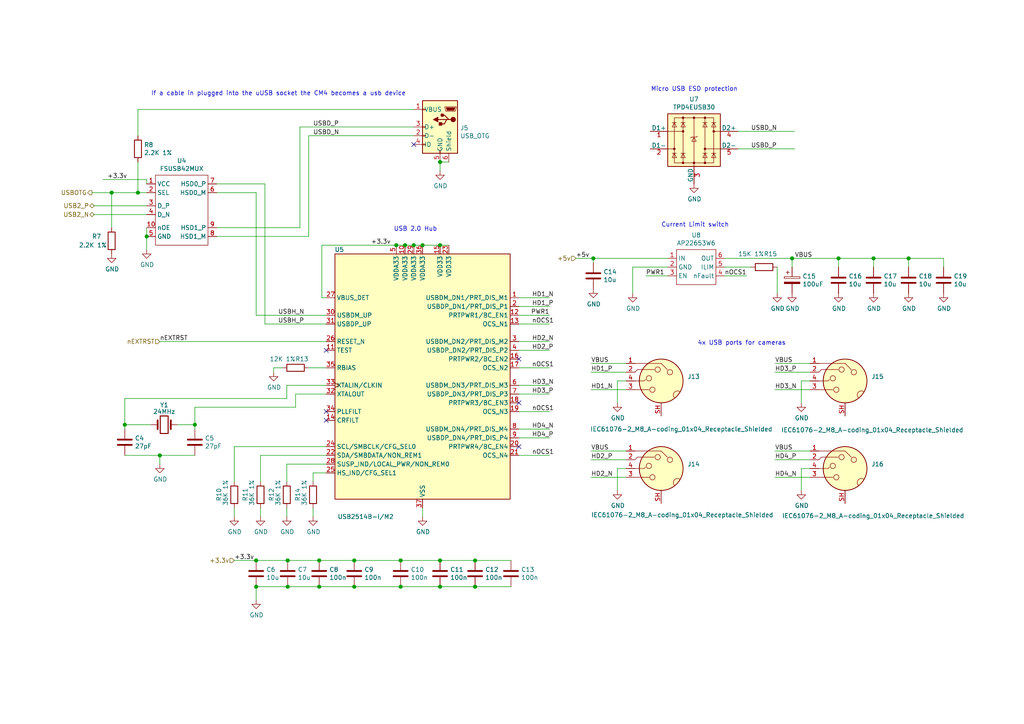
<source format=kicad_sch>
(kicad_sch (version 20231120) (generator "eeschema") (generator_version "8.0")
  (paper "A4")
  (lib_symbols
    (symbol "CM4IO:AP2553W6"
      (property "Reference" "U" (at 3.81 -6.35 0))
      (property "Value" "AP2553W6" (at -3.81 -6.35 0))
      (symbol "AP2553W6_0_0"
        (pin power_in line (at -8.89 2.54 0) (length 2.54) (name "IN") (number "1"))
        (pin power_out line (at -8.89 0 0) (length 2.54) (name "GND") (number "2"))
        (pin input line (at -8.89 -2.54 0) (length 2.54) (name "EN") (number "3"))
        (pin open_collector line (at 7.62 -2.54 180) (length 2.54) (name "nFault") (number "4"))
        (pin passive line (at 7.62 0 180) (length 2.54) (name "ILIM") (number "5"))
        (pin power_out line (at 7.62 2.54 180) (length 2.54) (name "OUT") (number "6"))
      )
      (symbol "AP2553W6_0_1"
        (rectangle (start -6.35 5.08) (end 5.08 -5.08))
      )
    )
    (symbol "CM4IO:FSUSB42MX"
      (property "Reference" "U" (at -7.62 20.32 0))
      (property "Value" "FSUSB42MX" (at -2.54 -2.54 0))
      (symbol "FSUSB42MX_0_0"
        (pin power_in line (at 8.89 16.51 180) (length 2.54) (name "VCC") (number "1"))
        (pin input line (at 8.89 3.81 180) (length 2.54) (name "nOE") (number "10"))
        (pin input line (at 8.89 13.97 180) (length 2.54) (name "SEL") (number "2"))
        (pin bidirectional line (at 8.89 10.16 180) (length 2.54) (name "D_P") (number "3"))
        (pin bidirectional line (at 8.89 7.62 180) (length 2.54) (name "D_N") (number "4"))
        (pin power_in line (at 8.89 1.27 180) (length 2.54) (name "GND") (number "5"))
        (pin bidirectional line (at -11.43 13.97 0) (length 2.54) (name "HSD0_M") (number "6"))
        (pin bidirectional line (at -11.43 16.51 0) (length 2.54) (name "HSD0_P") (number "7"))
        (pin bidirectional line (at -11.43 1.27 0) (length 2.54) (name "HSD1_M") (number "8"))
        (pin bidirectional line (at -11.43 3.81 0) (length 2.54) (name "HSD1_P") (number "9"))
      )
      (symbol "FSUSB42MX_0_1"
        (rectangle (start -8.89 19.05) (end 6.35 -1.27))
      )
    )
    (symbol "CM4IO:TPD4EUSB30" (pin_names (offset 0))
      (property "Reference" "U" (at -0.635 8.89 0))
      (property "Value" "TPD4EUSB30" (at 8.89 -10.16 0))
      (symbol "TPD4EUSB30_0_0"
        (rectangle (start -5.715 6.477) (end 5.715 -6.604))
        (polyline (pts (xy -3.175 -6.604) (xy -3.175 6.477)))
        (polyline (pts (xy 0 6.477) (xy 0 -6.604)))
        (polyline (pts (xy 3.175 6.477) (xy 3.175 -6.604)))
      )
      (symbol "TPD4EUSB30_0_1"
        (rectangle (start -7.62 7.62) (end 7.62 -7.62) (stroke (width 0.254)) (fill (type background)))
        (circle (center -5.715 -2.54) (radius 0.2794) (fill (type outline)))
        (circle (center -3.175 -6.604) (radius 0.2794) (fill (type outline)))
        (circle (center -3.175 2.54) (radius 0.2794) (fill (type outline)))
        (circle (center -3.175 6.477) (radius 0.2794) (fill (type outline)))
        (circle (center 0 -6.604) (radius 0.2794) (fill (type outline)))
        (polyline (pts (xy -7.747 2.54) (xy -3.175 2.54)))
        (polyline (pts (xy -7.62 -2.54) (xy -5.715 -2.54)))
        (polyline (pts (xy -5.08 -3.81) (xy -6.35 -3.81)))
        (polyline (pts (xy -5.08 5.08) (xy -6.35 5.08)))
        (polyline (pts (xy -2.54 -3.81) (xy -3.81 -3.81)))
        (polyline (pts (xy -2.54 5.08) (xy -3.81 5.08)))
        (polyline (pts (xy -0.635 0.889) (xy -1.016 0.635)))
        (polyline (pts (xy 0 -6.604) (xy 0 -7.62)))
        (polyline (pts (xy 0.635 0.889) (xy -0.635 0.889)))
        (polyline (pts (xy 0.635 0.889) (xy 1.016 1.143)))
        (polyline (pts (xy 3.81 -3.81) (xy 2.54 -3.81)))
        (polyline (pts (xy 3.81 5.08) (xy 2.54 5.08)))
        (polyline (pts (xy 6.35 -3.81) (xy 5.08 -3.81)))
        (polyline (pts (xy 6.35 5.08) (xy 5.08 5.08)))
        (polyline (pts (xy 7.62 -2.54) (xy 3.175 -2.54)))
        (polyline (pts (xy 7.62 2.54) (xy 5.715 2.54)))
        (polyline (pts (xy -5.08 -5.08) (xy -6.35 -5.08) (xy -5.715 -3.81) (xy -5.08 -5.08)))
        (polyline (pts (xy -5.08 3.81) (xy -6.35 3.81) (xy -5.715 5.08) (xy -5.08 3.81)))
        (polyline (pts (xy -2.54 -5.08) (xy -3.81 -5.08) (xy -3.175 -3.81) (xy -2.54 -5.08)))
        (polyline (pts (xy -2.54 3.81) (xy -3.81 3.81) (xy -3.175 5.08) (xy -2.54 3.81)))
        (polyline (pts (xy 0.635 -0.381) (xy -0.635 -0.381) (xy 0 0.889) (xy 0.635 -0.381)))
        (polyline (pts (xy 3.81 -5.08) (xy 2.54 -5.08) (xy 3.175 -3.81) (xy 3.81 -5.08)))
        (polyline (pts (xy 3.81 3.81) (xy 2.54 3.81) (xy 3.175 5.08) (xy 3.81 3.81)))
        (polyline (pts (xy 6.35 -5.08) (xy 5.08 -5.08) (xy 5.715 -3.81) (xy 6.35 -5.08)))
        (polyline (pts (xy 6.35 3.81) (xy 5.08 3.81) (xy 5.715 5.08) (xy 6.35 3.81)))
        (circle (center 0 6.477) (radius 0.2794) (fill (type outline)))
        (circle (center 3.175 -6.604) (radius 0.2794) (fill (type outline)))
        (circle (center 3.175 -2.54) (radius 0.2794) (fill (type outline)))
        (circle (center 3.175 6.477) (radius 0.2794) (fill (type outline)))
        (circle (center 5.715 2.54) (radius 0.2794) (fill (type outline)))
      )
      (symbol "TPD4EUSB30_1_1"
        (pin passive line (at -12.7 2.54 0) (length 5.08) (name "D1+") (number "1"))
        (pin passive line (at -12.7 2.54 0) (length 5.08) hide (name "~") (number "10"))
        (pin passive line (at -12.7 -2.54 0) (length 5.08) (name "D1-") (number "2"))
        (pin power_in line (at 0 -12.7 90) (length 5.08) (name "GND") (number "3"))
        (pin passive line (at 12.7 2.54 180) (length 5.08) (name "D2+") (number "4"))
        (pin passive line (at 12.7 -2.54 180) (length 5.08) (name "D2-") (number "5"))
        (pin passive line (at 12.7 -2.54 180) (length 5.08) hide (name "~") (number "6"))
        (pin passive line (at 12.7 2.54 180) (length 5.08) hide (name "~") (number "7"))
        (pin passive line (at 0 -12.7 90) (length 5.08) hide (name "GND") (number "8"))
        (pin passive line (at -12.7 -2.54 0) (length 5.08) hide (name "~") (number "9"))
      )
    )
    (symbol "Connector:IEC61076-2_M8_A-coding_01x04_Receptacle_Shielded"
      (property "Reference" "J" (at 0 7.62 0))
      (property "Value" "IEC61076-2_M8_A-coding_01x04_Receptacle_Shielded" (at 0 -7.874 0))
      (symbol "IEC61076-2_M8_A-coding_01x04_Receptacle_Shielded_0_1"
        (circle (center -3.556 0.762) (radius 0.762))
        (circle (center -2.54 -2.54) (radius 0.762))
        (circle (center -1.016 3.302) (radius 0.762))
        (polyline (pts (xy -7.62 -2.54) (xy -3.556 -2.54)))
        (polyline (pts (xy 0 5.08) (xy -7.62 5.08)))
        (polyline (pts (xy 0 5.08) (xy 1.778 3.302)))
        (polyline (pts (xy -7.62 0) (xy -4.953 0) (xy -4.572 0.381)))
        (polyline (pts (xy -2.032 3.302) (xy -6.858 3.302) (xy -7.62 2.54)))
        (circle (center 0 0) (radius 6.35) (stroke (width 0.254)) (fill (type background)))
        (circle (center 2.54 2.54) (radius 0.762))
        (arc (start 5.461 -3.175) (mid 3.8225 -3.3127) (end 3.937 -4.953))
      )
      (symbol "IEC61076-2_M8_A-coding_01x04_Receptacle_Shielded_1_1"
        (pin passive line (at -10.16 5.08 0) (length 2.54) (name "~") (number "1"))
        (pin passive line (at -10.16 2.54 0) (length 2.54) (name "~") (number "2"))
        (pin passive line (at -10.16 -2.54 0) (length 2.54) (name "~") (number "3"))
        (pin passive line (at -10.16 0 0) (length 2.54) (name "~") (number "4"))
        (pin passive line (at 0 -10.16 90) (length 3.81) (name "~") (number "SH"))
      )
    )
    (symbol "Connector:USB_OTG"
      (property "Reference" "J" (at -5.08 11.43 0))
      (property "Value" "USB_OTG" (at -5.08 8.89 0))
      (symbol "USB_OTG_0_1"
        (rectangle (start -5.08 -7.62) (end 5.08 7.62) (stroke (width 0.254)) (fill (type background)))
        (circle (center -3.81 2.159) (radius 0.635) (stroke (width 0.254)) (fill (type outline)))
        (circle (center -0.635 3.429) (radius 0.381) (stroke (width 0.254)) (fill (type outline)))
        (rectangle (start -0.127 -7.62) (end 0.127 -6.858))
        (polyline (pts (xy -1.905 2.159) (xy 0.635 2.159)) (stroke (width 0.254)))
        (polyline (pts (xy -3.175 2.159) (xy -2.54 2.159) (xy -1.27 3.429) (xy -0.635 3.429)) (stroke (width 0.254)))
        (polyline (pts (xy -2.54 2.159) (xy -1.905 2.159) (xy -1.27 0.889) (xy 0 0.889)) (stroke (width 0.254)))
        (polyline (pts (xy 0.635 2.794) (xy 0.635 1.524) (xy 1.905 2.159) (xy 0.635 2.794)) (stroke (width 0.254)) (fill (type outline)))
        (polyline (pts (xy -4.318 5.588) (xy -1.778 5.588) (xy -2.032 4.826) (xy -4.064 4.826) (xy -4.318 5.588)) (fill (type outline)))
        (polyline (pts (xy -4.699 5.842) (xy -4.699 5.588) (xy -4.445 4.826) (xy -4.445 4.572) (xy -1.651 4.572) (xy -1.651 4.826) (xy -1.397 5.588) (xy -1.397 5.842) (xy -4.699 5.842)))
        (rectangle (start 0.254 1.27) (end -0.508 0.508) (stroke (width 0.254)) (fill (type outline)))
        (rectangle (start 5.08 -5.207) (end 4.318 -4.953))
        (rectangle (start 5.08 -2.667) (end 4.318 -2.413))
        (rectangle (start 5.08 -0.127) (end 4.318 0.127))
        (rectangle (start 5.08 4.953) (end 4.318 5.207))
      )
      (symbol "USB_OTG_1_1"
        (pin power_in line (at 7.62 5.08 180) (length 2.54) (name "VBUS") (number "1"))
        (pin passive line (at 7.62 -2.54 180) (length 2.54) (name "D-") (number "2"))
        (pin passive line (at 7.62 0 180) (length 2.54) (name "D+") (number "3"))
        (pin passive line (at 7.62 -5.08 180) (length 2.54) (name "ID") (number "4"))
        (pin power_in line (at 0 -10.16 90) (length 2.54) (name "GND") (number "5"))
        (pin passive line (at -2.54 -10.16 90) (length 2.54) (name "Shield") (number "6"))
      )
    )
    (symbol "Device:C" (pin_numbers hide) (pin_names (offset 0.254))
      (property "Reference" "C" (at 0.635 2.54 0))
      (property "Value" "C" (at 0.635 -2.54 0))
      (symbol "C_0_1"
        (polyline (pts (xy -2.032 -0.762) (xy 2.032 -0.762)) (stroke (width 0.508)))
        (polyline (pts (xy -2.032 0.762) (xy 2.032 0.762)) (stroke (width 0.508)))
      )
      (symbol "C_1_1"
        (pin passive line (at 0 3.81 270) (length 2.794) (name "~") (number "1"))
        (pin passive line (at 0 -3.81 90) (length 2.794) (name "~") (number "2"))
      )
    )
    (symbol "Device:CP" (pin_numbers hide) (pin_names (offset 0.254))
      (property "Reference" "C" (at 0.635 2.54 0))
      (property "Value" "CP" (at 0.635 -2.54 0))
      (symbol "CP_0_1"
        (rectangle (start -2.286 0.508) (end 2.286 1.016))
        (polyline (pts (xy -1.778 2.286) (xy -0.762 2.286)))
        (polyline (pts (xy -1.27 2.794) (xy -1.27 1.778)))
        (rectangle (start 2.286 -0.508) (end -2.286 -1.016) (fill (type outline)))
      )
      (symbol "CP_1_1"
        (pin passive line (at 0 3.81 270) (length 2.794) (name "~") (number "1"))
        (pin passive line (at 0 -3.81 90) (length 2.794) (name "~") (number "2"))
      )
    )
    (symbol "Device:Crystal" (pin_numbers hide) (pin_names hide)
      (property "Reference" "Y" (at 0 3.81 0))
      (property "Value" "Crystal" (at 0 -3.81 0))
      (symbol "Crystal_0_1"
        (rectangle (start -1.143 2.54) (end 1.143 -2.54) (stroke (width 0.3048)))
        (polyline (pts (xy -2.54 0) (xy -1.905 0)))
        (polyline (pts (xy -1.905 -1.27) (xy -1.905 1.27)) (stroke (width 0.508)))
        (polyline (pts (xy 1.905 -1.27) (xy 1.905 1.27)) (stroke (width 0.508)))
        (polyline (pts (xy 2.54 0) (xy 1.905 0)))
      )
      (symbol "Crystal_1_1"
        (pin passive line (at -3.81 0 0) (length 1.27) (name "1") (number "1"))
        (pin passive line (at 3.81 0 180) (length 1.27) (name "2") (number "2"))
      )
    )
    (symbol "Device:R" (pin_numbers hide) (pin_names (offset 0))
      (property "Reference" "R" (at 2.032 0 90))
      (property "Value" "R" (at 0 0 90))
      (symbol "R_0_1"
        (rectangle (start -1.016 -2.54) (end 1.016 2.54) (stroke (width 0.254)))
      )
      (symbol "R_1_1"
        (pin passive line (at 0 3.81 270) (length 1.27) (name "~") (number "1"))
        (pin passive line (at 0 -3.81 90) (length 1.27) (name "~") (number "2"))
      )
    )
    (symbol "Interface_USB:USB2514B_Bi"
      (property "Reference" "U" (at -17.78 40.64 0))
      (property "Value" "USB2514B_Bi" (at -20.32 38.1 0))
      (symbol "USB2514B_Bi_0_1"
        (rectangle (start -25.4 35.56) (end 25.4 -35.56) (stroke (width 0.254)) (fill (type background)))
      )
      (symbol "USB2514B_Bi_1_1"
        (pin bidirectional line (at 27.94 22.86 180) (length 2.54) (name "USBDM_DN1/PRT_DIS_M1") (number "1"))
        (pin power_in line (at -5.08 38.1 270) (length 2.54) (name "VDDA33") (number "10"))
        (pin input line (at -27.94 7.62 0) (length 2.54) (name "TEST") (number "11"))
        (pin bidirectional line (at 27.94 17.78 180) (length 2.54) (name "PRTPWR1/BC_EN1") (number "12"))
        (pin input line (at 27.94 15.24 180) (length 2.54) (name "OCS_N1") (number "13"))
        (pin input line (at -27.94 -12.7 0) (length 2.54) (name "CRFILT") (number "14"))
        (pin power_in line (at 5.08 38.1 270) (length 2.54) (name "VDD33") (number "15"))
        (pin bidirectional line (at 27.94 5.08 180) (length 2.54) (name "PRTPWR2/BC_EN2") (number "16"))
        (pin input line (at 27.94 2.54 180) (length 2.54) (name "OCS_N2") (number "17"))
        (pin bidirectional line (at 27.94 -7.62 180) (length 2.54) (name "PRTPWR3/BC_EN3") (number "18"))
        (pin input line (at 27.94 -10.16 180) (length 2.54) (name "OCS_N3") (number "19"))
        (pin bidirectional line (at 27.94 20.32 180) (length 2.54) (name "USBDP_DN1/PRT_DIS_P1") (number "2"))
        (pin bidirectional line (at 27.94 -20.32 180) (length 2.54) (name "PRTPWR4/BC_EN4") (number "20"))
        (pin input line (at 27.94 -22.86 180) (length 2.54) (name "OCS_N4") (number "21"))
        (pin bidirectional line (at -27.94 -22.86 0) (length 2.54) (name "SDA/SMBDATA/NON_REM1") (number "22"))
        (pin power_in line (at 7.62 38.1 270) (length 2.54) (name "VDD33") (number "23"))
        (pin bidirectional line (at -27.94 -20.32 0) (length 2.54) (name "SCL/SMBCLK/CFG_SEL0") (number "24"))
        (pin bidirectional line (at -27.94 -27.94 0) (length 2.54) (name "HS_IND/CFG_SEL1") (number "25"))
        (pin input line (at -27.94 10.16 0) (length 2.54) (name "RESET_N") (number "26"))
        (pin input line (at -27.94 22.86 0) (length 2.54) (name "VBUS_DET") (number "27"))
        (pin bidirectional line (at -27.94 -25.4 0) (length 2.54) (name "SUSP_IND/LOCAL_PWR/NON_REM0") (number "28"))
        (pin power_in line (at -2.54 38.1 270) (length 2.54) (name "VDDA33") (number "29"))
        (pin bidirectional line (at 27.94 10.16 180) (length 2.54) (name "USBDM_DN2/PRT_DIS_M2") (number "3"))
        (pin bidirectional line (at -27.94 17.78 0) (length 2.54) (name "USBDM_UP") (number "30"))
        (pin bidirectional line (at -27.94 15.24 0) (length 2.54) (name "USBDP_UP") (number "31"))
        (pin output line (at -27.94 -5.08 0) (length 2.54) (name "XTALOUT") (number "32"))
        (pin input clock (at -27.94 -2.54 0) (length 2.54) (name "XTALIN/CLKIN") (number "33"))
        (pin input line (at -27.94 -10.16 0) (length 2.54) (name "PLLFILT") (number "34"))
        (pin input line (at -27.94 2.54 0) (length 2.54) (name "RBIAS") (number "35"))
        (pin power_in line (at 0 38.1 270) (length 2.54) (name "VDDA33") (number "36"))
        (pin power_in line (at 0 -38.1 90) (length 2.54) (name "VSS") (number "37"))
        (pin bidirectional line (at 27.94 7.62 180) (length 2.54) (name "USBDP_DN2/PRT_DIS_P2") (number "4"))
        (pin power_in line (at -7.62 38.1 270) (length 2.54) (name "VDDA33") (number "5"))
        (pin bidirectional line (at 27.94 -2.54 180) (length 2.54) (name "USBDM_DN3/PRT_DIS_M3") (number "6"))
        (pin bidirectional line (at 27.94 -5.08 180) (length 2.54) (name "USBDP_DN3/PRT_DIS_P3") (number "7"))
        (pin bidirectional line (at 27.94 -15.24 180) (length 2.54) (name "USBDM_DN4/PRT_DIS_M4") (number "8"))
        (pin bidirectional line (at 27.94 -17.78 180) (length 2.54) (name "USBDP_DN4/PRT_DIS_P4") (number "9"))
      )
    )
    (symbol "power:GND" (power) (pin_names (offset 0))
      (property "Value" "GND" (at 0 -3.81 0))
      (symbol "GND_0_1"
        (polyline (pts (xy 0 0) (xy 0 -1.27) (xy 1.27 -1.27) (xy 0 -2.54) (xy -1.27 -1.27) (xy 0 -1.27)))
      )
      (symbol "GND_1_1"
        (pin power_in line (at 0 0 270) (length 0) hide (name "GND") (number "1"))
      )
    )
  )
  (junction (at 42.545 68.58) (diameter 1.016))
  (junction (at 229.743 74.93) (diameter 1.016))
  (junction (at 243.205 74.93) (diameter 1.016))
  (junction (at 92.583 162.56) (diameter 1.016))
  (junction (at 263.525 74.93) (diameter 1.016))
  (junction (at 127.635 71.12) (diameter 1.016))
  (junction (at 116.205 162.56) (diameter 1.016))
  (junction (at 83.439 170.18) (diameter 1.016))
  (junction (at 36.195 123.19) (diameter 1.016))
  (junction (at 102.743 162.56) (diameter 1.016))
  (junction (at 102.743 170.18) (diameter 1.016))
  (junction (at 117.475 71.12) (diameter 1.016))
  (junction (at 127.635 170.18) (diameter 1.016))
  (junction (at 114.935 71.12) (diameter 1.016))
  (junction (at 46.355 132.08) (diameter 1.016))
  (junction (at 74.295 170.18) (diameter 1.016))
  (junction (at 32.385 55.88) (diameter 1.016))
  (junction (at 172.085 74.93) (diameter 1.016))
  (junction (at 83.439 162.56) (diameter 1.016))
  (junction (at 127.635 46.99) (diameter 1.016))
  (junction (at 120.015 71.12) (diameter 1.016))
  (junction (at 137.795 170.18) (diameter 1.016))
  (junction (at 122.555 71.12) (diameter 1.016))
  (junction (at 137.795 162.56) (diameter 1.016))
  (junction (at 253.365 74.93) (diameter 1.016))
  (junction (at 56.515 123.19) (diameter 1.016))
  (junction (at 74.295 162.56) (diameter 1.016))
  (junction (at 92.583 170.18) (diameter 1.016))
  (junction (at 116.205 170.18) (diameter 1.016))
  (junction (at 127.635 162.56) (diameter 1.016))
  (junction (at 40.005 55.88) (diameter 1.016))
  (no_connect (at 94.615 121.92))
  (no_connect (at 150.495 129.54))
  (no_connect (at 94.615 119.38))
  (no_connect (at 150.495 104.14))
  (no_connect (at 94.615 101.6))
  (no_connect (at 150.495 116.84))
  (no_connect (at 120.015 41.91))
  (wire (pts (xy 150.495 124.46) (xy 159.385 124.46)))
  (wire (pts (xy 150.495 132.08) (xy 159.385 132.08)))
  (wire (pts (xy 26.67 55.88) (xy 32.385 55.88)))
  (wire (pts (xy 273.685 77.47) (xy 273.685 74.93)))
  (wire (pts (xy 75.565 139.7) (xy 75.565 132.08)))
  (wire (pts (xy 36.195 115.57) (xy 36.195 123.19)))
  (wire (pts (xy 83.185 134.62) (xy 94.615 134.62)))
  (wire (pts (xy 29.845 52.07) (xy 42.545 52.07)))
  (wire (pts (xy 116.205 162.56) (xy 127.635 162.56)))
  (wire (pts (xy 150.495 127) (xy 159.385 127)))
  (wire (pts (xy 74.295 55.88) (xy 74.295 91.44)))
  (wire (pts (xy 172.085 74.93) (xy 193.675 74.93)))
  (wire (pts (xy 229.743 74.93) (xy 243.205 74.93)))
  (wire (pts (xy 94.615 91.44) (xy 74.295 91.44)))
  (wire (pts (xy 76.835 53.34) (xy 76.835 93.98)))
  (wire (pts (xy 94.615 114.3) (xy 85.725 114.3)))
  (wire (pts (xy 179.07 110.49) (xy 179.07 116.84)))
  (wire (pts (xy 127.635 71.12) (xy 130.175 71.12)))
  (wire (pts (xy 150.495 106.68) (xy 159.385 106.68)))
  (wire (pts (xy 171.45 113.03) (xy 181.61 113.03)))
  (wire (pts (xy 74.295 170.18) (xy 83.439 170.18)))
  (wire (pts (xy 62.865 66.04) (xy 86.995 66.04)))
  (wire (pts (xy 102.743 162.56) (xy 116.205 162.56)))
  (wire (pts (xy 181.61 135.89) (xy 179.07 135.89)))
  (wire (pts (xy 90.805 137.16) (xy 94.615 137.16)))
  (wire (pts (xy 81.915 106.68) (xy 79.375 106.68)))
  (wire (pts (xy 224.79 133.35) (xy 234.95 133.35)))
  (wire (pts (xy 42.545 53.34) (xy 42.545 52.07)))
  (wire (pts (xy 94.615 86.36) (xy 93.345 86.36)))
  (wire (pts (xy 171.45 133.35) (xy 181.61 133.35)))
  (wire (pts (xy 83.439 170.18) (xy 92.583 170.18)))
  (wire (pts (xy 224.79 105.41) (xy 234.95 105.41)))
  (wire (pts (xy 86.995 36.83) (xy 120.015 36.83)))
  (wire (pts (xy 75.565 132.08) (xy 94.615 132.08)))
  (wire (pts (xy 46.355 132.08) (xy 56.515 132.08)))
  (wire (pts (xy 150.495 88.9) (xy 159.385 88.9)))
  (wire (pts (xy 234.95 110.49) (xy 232.41 110.49)))
  (wire (pts (xy 224.79 113.03) (xy 234.95 113.03)))
  (wire (pts (xy 210.185 80.01) (xy 216.535 80.01)))
  (wire (pts (xy 183.515 77.47) (xy 183.515 85.09)))
  (wire (pts (xy 243.205 74.93) (xy 253.365 74.93)))
  (wire (pts (xy 122.555 147.32) (xy 122.555 149.86)))
  (wire (pts (xy 67.945 139.7) (xy 67.945 129.54)))
  (wire (pts (xy 224.79 138.43) (xy 234.95 138.43)))
  (wire (pts (xy 120.015 71.12) (xy 122.555 71.12)))
  (wire (pts (xy 224.79 107.95) (xy 234.95 107.95)))
  (wire (pts (xy 122.555 71.12) (xy 127.635 71.12)))
  (wire (pts (xy 150.495 119.38) (xy 159.385 119.38)))
  (wire (pts (xy 232.41 110.49) (xy 232.41 116.84)))
  (wire (pts (xy 232.41 135.89) (xy 232.41 142.24)))
  (wire (pts (xy 42.545 68.58) (xy 42.545 72.39)))
  (wire (pts (xy 117.475 71.12) (xy 120.015 71.12)))
  (wire (pts (xy 62.865 53.34) (xy 76.835 53.34)))
  (wire (pts (xy 74.295 162.56) (xy 83.439 162.56)))
  (wire (pts (xy 36.195 124.46) (xy 36.195 123.19)))
  (wire (pts (xy 42.545 66.04) (xy 42.545 68.58)))
  (wire (pts (xy 114.935 71.12) (xy 117.475 71.12)))
  (wire (pts (xy 213.995 38.1) (xy 230.505 38.1)))
  (wire (pts (xy 74.295 173.99) (xy 74.295 170.18)))
  (wire (pts (xy 83.185 147.32) (xy 83.185 149.86)))
  (wire (pts (xy 83.185 111.76) (xy 94.615 111.76)))
  (wire (pts (xy 32.385 55.88) (xy 32.385 66.04)))
  (wire (pts (xy 56.515 118.11) (xy 56.515 123.19)))
  (wire (pts (xy 171.45 130.81) (xy 181.61 130.81)))
  (wire (pts (xy 171.45 105.41) (xy 181.61 105.41)))
  (wire (pts (xy 213.995 43.18) (xy 230.505 43.18)))
  (wire (pts (xy 27.305 62.23) (xy 42.545 62.23)))
  (wire (pts (xy 51.435 123.19) (xy 56.515 123.19)))
  (wire (pts (xy 86.995 66.04) (xy 86.995 36.83)))
  (wire (pts (xy 92.583 162.56) (xy 102.743 162.56)))
  (wire (pts (xy 76.835 93.98) (xy 94.615 93.98)))
  (wire (pts (xy 102.743 170.18) (xy 116.205 170.18)))
  (wire (pts (xy 150.495 101.6) (xy 159.385 101.6)))
  (wire (pts (xy 90.805 139.7) (xy 90.805 137.16)))
  (wire (pts (xy 193.675 77.47) (xy 183.515 77.47)))
  (wire (pts (xy 75.565 147.32) (xy 75.565 149.86)))
  (wire (pts (xy 253.365 74.93) (xy 253.365 77.47)))
  (wire (pts (xy 243.205 77.47) (xy 243.205 74.93)))
  (wire (pts (xy 263.525 74.93) (xy 273.685 74.93)))
  (wire (pts (xy 79.375 106.68) (xy 79.375 107.95)))
  (wire (pts (xy 210.185 74.93) (xy 229.743 74.93)))
  (wire (pts (xy 172.085 76.2) (xy 172.085 74.93)))
  (wire (pts (xy 127.635 49.53) (xy 127.635 46.99)))
  (wire (pts (xy 150.495 111.76) (xy 159.385 111.76)))
  (wire (pts (xy 253.365 74.93) (xy 263.525 74.93)))
  (wire (pts (xy 127.635 46.99) (xy 130.175 46.99)))
  (wire (pts (xy 171.45 107.95) (xy 181.61 107.95)))
  (wire (pts (xy 67.945 147.32) (xy 67.945 149.86)))
  (wire (pts (xy 229.743 74.93) (xy 229.743 77.47)))
  (wire (pts (xy 83.185 139.7) (xy 83.185 134.62)))
  (wire (pts (xy 210.185 77.47) (xy 217.805 77.47)))
  (wire (pts (xy 46.355 132.08) (xy 46.355 134.62)))
  (wire (pts (xy 89.535 106.68) (xy 94.615 106.68)))
  (wire (pts (xy 85.725 114.3) (xy 85.725 118.11)))
  (wire (pts (xy 83.439 162.56) (xy 92.583 162.56)))
  (wire (pts (xy 150.495 91.44) (xy 159.385 91.44)))
  (wire (pts (xy 46.355 99.06) (xy 94.615 99.06)))
  (wire (pts (xy 181.61 110.49) (xy 179.07 110.49)))
  (wire (pts (xy 93.345 71.12) (xy 114.935 71.12)))
  (wire (pts (xy 150.495 93.98) (xy 159.385 93.98)))
  (wire (pts (xy 67.945 129.54) (xy 94.615 129.54)))
  (wire (pts (xy 127.635 162.56) (xy 137.795 162.56)))
  (wire (pts (xy 40.005 46.99) (xy 40.005 55.88)))
  (wire (pts (xy 92.583 170.18) (xy 102.743 170.18)))
  (wire (pts (xy 225.425 77.47) (xy 225.425 85.09)))
  (wire (pts (xy 40.005 55.88) (xy 32.385 55.88)))
  (wire (pts (xy 171.45 138.43) (xy 181.61 138.43)))
  (wire (pts (xy 40.005 39.37) (xy 40.005 31.75)))
  (wire (pts (xy 83.185 111.76) (xy 83.185 115.57)))
  (wire (pts (xy 42.545 55.88) (xy 40.005 55.88)))
  (wire (pts (xy 36.195 123.19) (xy 43.815 123.19)))
  (wire (pts (xy 187.325 80.01) (xy 193.675 80.01)))
  (wire (pts (xy 263.525 74.93) (xy 263.525 77.47)))
  (wire (pts (xy 90.805 147.32) (xy 90.805 149.86)))
  (wire (pts (xy 27.305 59.69) (xy 42.545 59.69)))
  (wire (pts (xy 40.005 31.75) (xy 120.015 31.75)))
  (wire (pts (xy 150.495 86.36) (xy 159.385 86.36)))
  (wire (pts (xy 167.005 74.93) (xy 172.085 74.93)))
  (wire (pts (xy 62.865 55.88) (xy 74.295 55.88)))
  (wire (pts (xy 89.535 68.58) (xy 89.535 39.37)))
  (wire (pts (xy 179.07 135.89) (xy 179.07 142.24)))
  (wire (pts (xy 116.205 170.18) (xy 127.635 170.18)))
  (wire (pts (xy 85.725 118.11) (xy 56.515 118.11)))
  (wire (pts (xy 234.95 135.89) (xy 232.41 135.89)))
  (wire (pts (xy 150.495 99.06) (xy 159.385 99.06)))
  (wire (pts (xy 150.495 114.3) (xy 159.385 114.3)))
  (wire (pts (xy 137.795 162.56) (xy 148.209 162.56)))
  (wire (pts (xy 127.635 170.18) (xy 137.795 170.18)))
  (wire (pts (xy 93.345 86.36) (xy 93.345 71.12)))
  (wire (pts (xy 56.515 123.19) (xy 56.515 124.46)))
  (wire (pts (xy 83.185 115.57) (xy 36.195 115.57)))
  (wire (pts (xy 62.865 68.58) (xy 89.535 68.58)))
  (wire (pts (xy 36.195 132.08) (xy 46.355 132.08)))
  (wire (pts (xy 137.795 170.18) (xy 148.209 170.18)))
  (wire (pts (xy 89.535 39.37) (xy 120.015 39.37)))
  (wire (pts (xy 224.79 130.81) (xy 234.95 130.81)))
  (wire (pts (xy 67.945 162.56) (xy 74.295 162.56)))
  (text "Micro USB ESD protection" (at 213.995 26.67 0) (effects (font (size 1.27 1.27)) (justify right bottom)))
  (text "If a cable in plugged into the uUSB socket the CM4 becomes a usb device" (at 43.815 27.94 0) (effects (font (size 1.27 1.27)) (justify left bottom)))
  (text "USB 2.0 Hub" (at 126.7968 67.2592 0) (effects (font (size 1.27 1.27)) (justify right bottom)))
  (text "4x USB ports for cameras" (at 215.138 99.568 0) (effects (font (size 1.27 1.27))))
  (text "Current Limit switch" (at 211.455 66.04 0) (effects (font (size 1.27 1.27)) (justify right bottom)))
  (label "HD4_P" (at 224.79 133.35 0))
  (label "USBH_P" (at 80.645 93.98 0))
  (label "HD2_N" (at 171.45 138.43 0))
  (label "+3.3v" (at 107.569 71.12 0))
  (label "+3.3v" (at 67.945 162.56 0))
  (label "HD1_N" (at 154.305 86.36 0))
  (label "+3.3v" (at 31.115 52.07 0))
  (label "HD4_N" (at 224.79 138.43 0))
  (label "HD2_N" (at 154.305 99.06 0))
  (label "VBUS" (at 224.79 105.41 0))
  (label "HD3_N" (at 224.79 113.03 0))
  (label "HD4_P" (at 154.305 127 0))
  (label "nOCS1" (at 154.305 93.98 0))
  (label "PWR1" (at 187.325 80.01 0))
  (label "nEXTRST" (at 46.355 99.06 0))
  (label "VBUS" (at 171.45 105.41 0))
  (label "USBD_N" (at 90.805 39.37 0))
  (label "nOCS1" (at 154.305 106.68 0))
  (label "USBD_P" (at 90.805 36.83 0))
  (label "USBD_P" (at 217.805 43.18 0))
  (label "nOCS1" (at 154.305 119.38 0))
  (label "nOCS1" (at 154.305 132.08 0))
  (label "HD3_P" (at 224.79 107.95 0))
  (label "HD3_N" (at 154.305 111.76 0))
  (label "VBUS" (at 230.505 74.93 0))
  (label "USBH_N" (at 80.645 91.44 0))
  (label "USBD_N" (at 217.805 38.1 0))
  (label "VBUS" (at 171.45 130.81 0))
  (label "HD1_N" (at 171.45 113.03 0))
  (label "+5v" (at 167.005 74.93 0))
  (label "HD1_P" (at 171.45 107.95 0))
  (label "VBUS" (at 224.79 130.81 0))
  (label "nOCS1" (at 210.185 80.01 0))
  (label "HD2_P" (at 171.45 133.35 0))
  (label "HD1_P" (at 154.305 88.9 0))
  (label "HD2_P" (at 154.305 101.6 0))
  (label "HD3_P" (at 154.305 114.3 0))
  (label "HD4_N" (at 154.305 124.46 0))
  (label "PWR1" (at 159.385 91.44 180))
  (hierarchical_label "USB2_N" (shape bidirectional) (at 27.305 62.23 180))
  (hierarchical_label "+3.3v" (shape input) (at 67.945 162.56 180))
  (hierarchical_label "+5v" (shape input) (at 167.005 74.93 180))
  (hierarchical_label "USBOTG" (shape output) (at 26.67 55.88 180))
  (hierarchical_label "USB2_P" (shape bidirectional) (at 27.305 59.69 180))
  (hierarchical_label "nEXTRST" (shape input) (at 46.355 99.06 180))
  (symbol (lib_id "power:GND") (at 67.945 149.86 0) (unit 1)
    (property "Reference" "#PWR020" (effects (hide yes)))
    (property "Value" "GND" (at 68.072 154.2542 0))
  )
  (symbol (lib_id "Device:C") (at 102.743 166.37 0) (unit 1)
    (property "Reference" "C9" (at 105.664 165.2016 0) (effects (justify left)))
    (property "Value" "100n" (at 105.664 167.513 0) (effects (justify left)))
    (property "Footprint" "Capacitor_SMD:C_0402_1005Metric" (effects (hide yes)))
    (property "Datasheet" "https://search.murata.co.jp/Ceramy/image/img/A01X/G101/ENG/GRM155R71C104KA88-01.pdf" (effects (hide yes)))
    (property "Field4" "Farnell" (effects (hide yes)))
    (property "Field5" "2611911" (effects (hide yes)))
    (property "Field6" "RM EMK105 B7104KV-F" (effects (hide yes)))
    (property "Field7" "TAIYO YUDEN EUROPE GMBH" (effects (hide yes)))
    (property "Part Description" "	0.1uF 10% 16V Ceramic Capacitor X7R 0402 (1005 Metric)" (effects (hide yes)))
    (property "Field8" "110091611" (effects (hide yes)))
  )
  (symbol (lib_id "power:GND") (at 232.41 142.24 0) (unit 1)
    (property "Reference" "#PWR065" (effects (hide yes)))
    (property "Value" "GND" (at 232.537 146.6342 0))
  )
  (symbol (lib_id "Device:C") (at 243.205 81.28 0) (unit 1)
    (property "Reference" "C16" (at 246.126 80.1116 0) (effects (justify left)))
    (property "Value" "10u" (at 246.126 82.423 0) (effects (justify left)))
    (property "Footprint" "Capacitor_SMD:C_0805_2012Metric" (effects (hide yes)))
    (property "Datasheet" "https://search.murata.co.jp/Ceramy/image/img/A01X/G101/ENG/GRM21BR71A106KA73-01.pdf" (effects (hide yes)))
    (property "Field5" "490-14381-1-ND" (effects (hide yes)))
    (property "Field4" "Digikey" (effects (hide yes)))
    (property "Field6" "GRM21BR71A106KA73L" (effects (hide yes)))
    (property "Field7" "Murata" (effects (hide yes)))
    (property "Part Description" "	10uF 10% 10V Ceramic Capacitor X7R 0805 (2012 Metric)" (effects (hide yes)))
    (property "Field8" "111893011" (effects (hide yes)))
  )
  (symbol (lib_id "Connector:IEC61076-2_M8_A-coding_01x04_Receptacle_Shielded") (at 191.77 135.89 0) (unit 1)
    (property "Reference" "J14" (at 199.39 134.6199 0) (effects (justify left)))
    (property "Value" "IEC61076-2_M8_A-coding_01x04_Receptacle_Shielded" (at 171.45 149.352 0) (effects (justify left)))
    (property "Description" "IEC 61076-2 4 ways shielded M8 A-coding receptacle connector" (effects (hide yes)))
  )
  (symbol (lib_id "power:GND") (at 179.07 142.24 0) (unit 1)
    (property "Reference" "#PWR063" (effects (hide yes)))
    (property "Value" "GND" (at 179.197 146.6342 0))
  )
  (symbol (lib_id "power:GND") (at 263.525 85.09 0) (unit 1)
    (property "Reference" "#PWR041" (effects (hide yes)))
    (property "Value" "GND" (at 263.652 89.4842 0))
  )
  (symbol (lib_id "power:GND") (at 243.205 85.09 0) (unit 1)
    (property "Reference" "#PWR037" (effects (hide yes)))
    (property "Value" "GND" (at 243.332 89.4842 0))
  )
  (symbol (lib_id "Connector:IEC61076-2_M8_A-coding_01x04_Receptacle_Shielded") (at 191.77 110.49 0) (unit 1)
    (property "Reference" "J13" (at 199.39 109.2199 0) (effects (justify left)))
    (property "Value" "IEC61076-2_M8_A-coding_01x04_Receptacle_Shielded" (at 171.196 124.46 0) (effects (justify left)))
    (property "Description" "IEC 61076-2 4 ways shielded M8 A-coding receptacle connector" (effects (hide yes)))
  )
  (symbol (lib_id "CM4IO:FSUSB42MX") (at 51.435 69.85 0) (mirror y) (unit 1)
    (property "Reference" "U4" (at 52.705 46.609 0))
    (property "Value" "FSUSB42MUX" (at 52.705 48.9204 0))
    (property "Footprint" "Package_SO:MSOP-10_3x3mm_P0.5mm" (effects (hide yes)))
    (property "Datasheet" "https://www.onsemi.com/pub/Collateral/FSUSB42-D.PDF" (effects (hide yes)))
    (property "Field4" "Farnell" (effects (hide yes)))
    (property "Field5" "2564479" (effects (hide yes)))
    (property "Field6" "FSUSB42MUX" (effects (hide yes)))
    (property "Field7" "Onsemi" (effects (hide yes)))
    (property "Part Description" "USB Switch IC 1 Channel 10-MSOP" (effects (hide yes)))
  )
  (symbol (lib_id "power:GND") (at 32.385 73.66 0) (unit 1)
    (property "Reference" "#PWR015" (effects (hide yes)))
    (property "Value" "GND" (at 32.512 78.0542 0))
  )
  (symbol (lib_id "power:GND") (at 46.355 134.62 0) (unit 1)
    (property "Reference" "#PWR018" (effects (hide yes)))
    (property "Value" "GND" (at 46.482 139.0142 0))
  )
  (symbol (lib_id "power:GND") (at 42.545 72.39 0) (unit 1)
    (property "Reference" "#PWR016" (effects (hide yes)))
    (property "Value" "GND" (at 42.672 76.7842 0))
  )
  (symbol (lib_id "Connector:IEC61076-2_M8_A-coding_01x04_Receptacle_Shielded") (at 245.11 135.89 0) (unit 1)
    (property "Reference" "J16" (at 252.73 134.6199 0) (effects (justify left)))
    (property "Value" "IEC61076-2_M8_A-coding_01x04_Receptacle_Shielded" (at 226.822 149.606 0) (effects (justify left)))
    (property "Description" "IEC 61076-2 4 ways shielded M8 A-coding receptacle connector" (effects (hide yes)))
  )
  (symbol (lib_id "power:GND") (at 183.515 85.09 0) (unit 1)
    (property "Reference" "#PWR030" (effects (hide yes)))
    (property "Value" "GND" (at 183.642 89.4842 0))
  )
  (symbol (lib_id "Device:Crystal") (at 47.625 123.19 0) (unit 1)
    (property "Reference" "Y1" (at 47.625 117.475 0))
    (property "Value" "24MHz" (at 47.625 119.38 0))
    (property "Footprint" "Crystal:Crystal_SMD_HC49-SD" (effects (hide yes)))
    (property "Field4" "Farnell" (effects (hide yes)))
    (property "Field5" "2508493" (effects (hide yes)))
    (property "Field7" "AEL" (effects (hide yes)))
    (property "Field6" "X24M000000S128" (effects (hide yes)))
    (property "Part Description" "24MHz Crystal 18pf 30ppm 30ppm" (effects (hide yes)))
  )
  (symbol (lib_id "power:GND") (at 74.295 173.99 0) (unit 1)
    (property "Reference" "#PWR022" (effects (hide yes)))
    (property "Value" "GND" (at 74.422 178.3842 0))
  )
  (symbol (lib_id "Device:CP") (at 229.743 81.28 0) (unit 1)
    (property "Reference" "C15" (at 232.7402 80.137 0) (effects (justify left)))
    (property "Value" "100uF" (at 232.7402 82.423 0) (effects (justify left)))
    (property "Footprint" "Capacitor_Tantalum_SMD:CP_EIA-7343-31_Kemet-D" (effects (hide yes)))
    (property "Field4" "Mouser" (effects (hide yes)))
    (property "Field5" "667-EEF-CX0J101R" (effects (hide yes)))
    (property "Part Description" "Capacitor, SP-Cap, 100u, 6.3V, 15mR ESR" (effects (hide yes)))
  )
  (symbol (lib_id "Device:R") (at 40.005 43.18 0) (unit 1)
    (property "Reference" "R8" (at 41.783 42.0116 0) (effects (justify left)))
    (property "Value" "2.2K 1%" (at 41.783 44.323 0) (effects (justify left)))
    (property "Footprint" "Resistor_SMD:R_0402_1005Metric" (effects (hide yes)))
    (property "Datasheet" "https://fscdn.rohm.com/en/products/databook/datasheet/passive/resistor/chip_resistor/mcr-e.pdf" (effects (hide yes)))
    (property "Field4" "Farnell" (effects (hide yes)))
    (property "Field5" "9239278" (effects (hide yes)))
    (property "Field7" "KOA EUROPE GMBH" (effects (hide yes)))
    (property "Field6" "RK73G1ETQTP2201D         " (effects (hide yes)))
    (property "Part Description" "Resistor 2.2K M1005 1% 63mW" (effects (hide yes)))
    (property "Field8" "120889581" (effects (hide yes)))
  )
  (symbol (lib_id "Device:C") (at 137.795 166.37 0) (unit 1)
    (property "Reference" "C12" (at 140.716 165.2016 0) (effects (justify left)))
    (property "Value" "100n" (at 140.716 167.513 0) (effects (justify left)))
    (property "Footprint" "Capacitor_SMD:C_0402_1005Metric" (effects (hide yes)))
    (property "Datasheet" "https://search.murata.co.jp/Ceramy/image/img/A01X/G101/ENG/GRM155R71C104KA88-01.pdf" (effects (hide yes)))
    (property "Field4" "Farnell" (effects (hide yes)))
    (property "Field5" "2611911" (effects (hide yes)))
    (property "Field6" "RM EMK105 B7104KV-F" (effects (hide yes)))
    (property "Field7" "TAIYO YUDEN EUROPE GMBH" (effects (hide yes)))
    (property "Part Description" "	0.1uF 10% 16V Ceramic Capacitor X7R 0402 (1005 Metric)" (effects (hide yes)))
    (property "Field8" "110091611" (effects (hide yes)))
  )
  (symbol (lib_id "power:GND") (at 75.565 149.86 0) (unit 1)
    (property "Reference" "#PWR023" (effects (hide yes)))
    (property "Value" "GND" (at 75.692 154.2542 0))
  )
  (symbol (lib_id "Device:C") (at 83.439 166.37 0) (unit 1)
    (property "Reference" "C7" (at 86.36 165.2016 0) (effects (justify left)))
    (property "Value" "10u" (at 86.36 167.513 0) (effects (justify left)))
    (property "Footprint" "Capacitor_SMD:C_0805_2012Metric" (effects (hide yes)))
    (property "Datasheet" "https://search.murata.co.jp/Ceramy/image/img/A01X/G101/ENG/GRM21BR71A106KA73-01.pdf" (effects (hide yes)))
    (property "Field5" "490-14381-1-ND" (effects (hide yes)))
    (property "Field4" "Digikey" (effects (hide yes)))
    (property "Field6" "GRM21BR71A106KA73L" (effects (hide yes)))
    (property "Field7" "Murata" (effects (hide yes)))
    (property "Part Description" "	10uF 10% 10V Ceramic Capacitor X7R 0805 (2012 Metric)" (effects (hide yes)))
    (property "Field8" "111893011" (effects (hide yes)))
  )
  (symbol (lib_id "power:GND") (at 127.635 49.53 0) (unit 1)
    (property "Reference" "#PWR028" (effects (hide yes)))
    (property "Value" "GND" (at 127.762 53.9242 0))
  )
  (symbol (lib_id "power:GND") (at 229.743 85.09 0) (unit 1)
    (property "Reference" "#PWR036" (effects (hide yes)))
    (property "Value" "GND" (at 229.87 89.4842 0))
  )
  (symbol (lib_id "Device:C") (at 56.515 128.27 0) (unit 1)
    (property "Reference" "C5" (at 59.436 127.1016 0) (effects (justify left)))
    (property "Value" "27pF" (at 59.436 129.413 0) (effects (justify left)))
    (property "Footprint" "Capacitor_SMD:C_0402_1005Metric" (effects (hide yes)))
    (property "Datasheet" "https://search.murata.co.jp/Ceramy/image/img/A01X/G101/ENG/GJM1555C1H270JB01-01.pdf" (effects (hide yes)))
    (property "Field8" "UCAP00738 " (effects (hide yes)))
    (property "Field5" "490-17672-1-ND" (effects (hide yes)))
    (property "Field6" "GJM1555C1H270JB01D" (effects (hide yes)))
    (property "Field7" "Murata" (effects (hide yes)))
    (property "Part Description" "	27pF 5% 50V Ceramic Capacitor C0G, NP0 0402 (1005 Metric)" (effects (hide yes)))
    (property "Field4" "Digikey" (effects (hide yes)))
  )
  (symbol (lib_id "power:GND") (at 179.07 116.84 0) (unit 1)
    (property "Reference" "#PWR062" (effects (hide yes)))
    (property "Value" "GND" (at 179.197 121.2342 0))
  )
  (symbol (lib_id "CM4IO:AP2553W6") (at 202.565 77.47 0) (unit 1)
    (property "Reference" "U8" (at 201.93 68.199 0))
    (property "Value" "AP22653W6" (at 201.93 70.5104 0))
    (property "Footprint" "Package_TO_SOT_SMD:SOT-23-6" (effects (hide yes)))
    (property "Datasheet" "https://www.diodes.com/assets/Datasheets/AP255x.pdf" (effects (hide yes)))
    (property "Field4" "Digikey" (effects (hide yes)))
    (property "Field5" "	31-AP22653W6-7CT-ND" (effects (hide yes)))
    (property "Field6" "AP22653W6" (effects (hide yes)))
    (property "Field7" "Diodes" (effects (hide yes)))
    (property "Part Description" "	Power Switch/Driver 1:1 P-Channel 2.1A SOT-23-6" (effects (hide yes)))
  )
  (symbol (lib_id "Device:C") (at 253.365 81.28 0) (unit 1)
    (property "Reference" "C17" (at 256.286 80.1116 0) (effects (justify left)))
    (property "Value" "10u" (at 256.286 82.423 0) (effects (justify left)))
    (property "Footprint" "Capacitor_SMD:C_0805_2012Metric" (effects (hide yes)))
    (property "Datasheet" "https://search.murata.co.jp/Ceramy/image/img/A01X/G101/ENG/GRM21BR71A106KA73-01.pdf" (effects (hide yes)))
    (property "Field5" "490-14381-1-ND" (effects (hide yes)))
    (property "Field4" "Digikey" (effects (hide yes)))
    (property "Field6" "GRM21BR71A106KA73L" (effects (hide yes)))
    (property "Field7" "Murata" (effects (hide yes)))
    (property "Part Description" "	10uF 10% 10V Ceramic Capacitor X7R 0805 (2012 Metric)" (effects (hide yes)))
    (property "Field8" "111893011" (effects (hide yes)))
  )
  (symbol (lib_id "power:GND") (at 201.295 53.34 0) (unit 1)
    (property "Reference" "#PWR033" (effects (hide yes)))
    (property "Value" "GND" (at 201.422 57.7342 0))
  )
  (symbol (lib_id "Interface_USB:USB2514B_Bi") (at 122.555 109.22 0) (unit 1)
    (property "Reference" "U5" (at 98.425 72.39 0))
    (property "Value" "USB2514B-I/M2" (at 106.045 149.86 0))
    (property "Footprint" "Package_DFN_QFN:QFN-36-1EP_6x6mm_P0.5mm_EP3.7x3.7mm" (effects (hide yes)))
    (property "Datasheet" "http://ww1.microchip.com/downloads/en/DeviceDoc/00001692C.pdf" (effects (hide yes)))
    (property "Field4" "Farnell" (effects (hide yes)))
    (property "Field5" "2775060" (effects (hide yes)))
    (property "Field6" "USB2514B-I/M2" (effects (hide yes)))
    (property "Field7" "Microchip" (effects (hide yes)))
    (property "Part Description" "	USB Hub Controller USB Interface 36-SQFN (6x6)" (effects (hide yes)))
    (property "Field8" "UICC00931" (effects (hide yes)))
  )
  (symbol (lib_id "Connector:USB_OTG") (at 127.635 36.83 0) (mirror y) (unit 1)
    (property "Reference" "J5" (at 133.477 37.1094 0) (effects (justify right)))
    (property "Value" "USB_OTG" (at 133.477 39.4208 0) (effects (justify right)))
    (property "Footprint" "CM4IO:USB_Micro-B_EDAC_UCON00686" (effects (hide yes)))
    (property "Datasheet" "https://cdn.amphenol-icc.com/media/wysiwyg/files/documentation/datasheet/inputoutput/io_usb_micro.pd" (effects (hide yes)))
    (property "Field4" "Digikey" (effects (hide yes)))
    (property "Field5" "609-4050-2-ND" (effects (hide yes)))
    (property "Field6" "690-005-298-486" (effects (hide yes)))
    (property "Field7" "EDAC" (effects (hide yes)))
    (property "Part Description" "USB - micro B USB 2.0 Receptacle Connector 5 Position Surface Mount, Right Angle; Through Hole" (effects (hide yes)))
    (property "Field8" "UCON00686" (effects (hide yes)))
  )
  (symbol (lib_id "power:GND") (at 225.425 85.09 0) (unit 1)
    (property "Reference" "#PWR035" (effects (hide yes)))
    (property "Value" "GND" (at 225.552 89.4842 0))
  )
  (symbol (lib_id "Device:C") (at 74.295 166.37 0) (unit 1)
    (property "Reference" "C6" (at 77.216 165.2016 0) (effects (justify left)))
    (property "Value" "10u" (at 77.216 167.513 0) (effects (justify left)))
    (property "Footprint" "Capacitor_SMD:C_0805_2012Metric" (effects (hide yes)))
    (property "Datasheet" "https://search.murata.co.jp/Ceramy/image/img/A01X/G101/ENG/GRM21BR71A106KA73-01.pdf" (effects (hide yes)))
    (property "Field5" "490-14381-1-ND" (effects (hide yes)))
    (property "Field4" "Digikey" (effects (hide yes)))
    (property "Field6" "GRM21BR71A106KA73L" (effects (hide yes)))
    (property "Field7" "Murata" (effects (hide yes)))
    (property "Part Description" "	10uF 10% 10V Ceramic Capacitor X7R 0805 (2012 Metric)" (effects (hide yes)))
    (property "Field8" "111893011" (effects (hide yes)))
  )
  (symbol (lib_id "power:GND") (at 90.805 149.86 0) (unit 1)
    (property "Reference" "#PWR026" (effects (hide yes)))
    (property "Value" "GND" (at 90.932 154.2542 0))
  )
  (symbol (lib_id "power:GND") (at 273.685 85.09 0) (unit 1)
    (property "Reference" "#PWR042" (effects (hide yes)))
    (property "Value" "GND" (at 273.812 89.4842 0))
  )
  (symbol (lib_id "Device:C") (at 36.195 128.27 0) (unit 1)
    (property "Reference" "C4" (at 39.116 127.1016 0) (effects (justify left)))
    (property "Value" "27pF" (at 39.116 129.413 0) (effects (justify left)))
    (property "Footprint" "Capacitor_SMD:C_0402_1005Metric" (effects (hide yes)))
    (property "Datasheet" "https://search.murata.co.jp/Ceramy/image/img/A01X/G101/ENG/GJM1555C1H270JB01-01.pdf" (effects (hide yes)))
    (property "Field8" "UCAP00738 " (effects (hide yes)))
    (property "Field5" "490-17672-1-ND" (effects (hide yes)))
    (property "Field6" "GJM1555C1H270JB01D" (effects (hide yes)))
    (property "Field7" "Murata" (effects (hide yes)))
    (property "Part Description" "	27pF 5% 50V Ceramic Capacitor C0G, NP0 0402 (1005 Metric)" (effects (hide yes)))
    (property "Field4" "Digikey" (effects (hide yes)))
  )
  (symbol (lib_id "Device:C") (at 148.209 166.37 0) (unit 1)
    (property "Reference" "C13" (at 151.13 165.2016 0) (effects (justify left)))
    (property "Value" "100n" (at 151.13 167.513 0) (effects (justify left)))
    (property "Footprint" "Capacitor_SMD:C_0402_1005Metric" (effects (hide yes)))
    (property "Datasheet" "https://search.murata.co.jp/Ceramy/image/img/A01X/G101/ENG/GRM155R71C104KA88-01.pdf" (effects (hide yes)))
    (property "Field4" "Farnell" (effects (hide yes)))
    (property "Field5" "2611911" (effects (hide yes)))
    (property "Field6" "RM EMK105 B7104KV-F" (effects (hide yes)))
    (property "Field7" "TAIYO YUDEN EUROPE GMBH" (effects (hide yes)))
    (property "Part Description" "	0.1uF 10% 16V Ceramic Capacitor X7R 0402 (1005 Metric)" (effects (hide yes)))
    (property "Field8" "110091611" (effects (hide yes)))
  )
  (symbol (lib_id "Device:R") (at 83.185 143.51 0) (unit 1)
    (property "Reference" "R12" (at 78.74 145.415 90) (effects (justify left)))
    (property "Value" "36K 1%" (at 80.645 146.685 90) (effects (justify left)))
    (property "Footprint" "Resistor_SMD:R_0402_1005Metric" (effects (hide yes)))
    (property "Datasheet" "https://fscdn.rohm.com/en/products/databook/datasheet/passive/resistor/chip_resistor/mcr-e.pdf" (effects (hide yes)))
    (property "Field4" "Farnell" (effects (hide yes)))
    (property "Field5" "1458788" (effects (hide yes)))
    (property "Field7" "Rohm" (effects (hide yes)))
    (property "Field6" "MCR01MZPF3602" (effects (hide yes)))
    (property "Part Description" "Resistor 36K M1005 1% 63mW" (effects (hide yes)))
  )
  (symbol (lib_id "Device:C") (at 263.525 81.28 0) (unit 1)
    (property "Reference" "C18" (at 266.446 80.1116 0) (effects (justify left)))
    (property "Value" "10u" (at 266.446 82.423 0) (effects (justify left)))
    (property "Footprint" "Capacitor_SMD:C_0805_2012Metric" (effects (hide yes)))
    (property "Datasheet" "https://search.murata.co.jp/Ceramy/image/img/A01X/G101/ENG/GRM21BR71A106KA73-01.pdf" (effects (hide yes)))
    (property "Field5" "490-14381-1-ND" (effects (hide yes)))
    (property "Field4" "Digikey" (effects (hide yes)))
    (property "Field6" "GRM21BR71A106KA73L" (effects (hide yes)))
    (property "Field7" "Murata" (effects (hide yes)))
    (property "Part Description" "	10uF 10% 10V Ceramic Capacitor X7R 0805 (2012 Metric)" (effects (hide yes)))
    (property "Field8" "111893011" (effects (hide yes)))
  )
  (symbol (lib_id "Device:C") (at 172.085 80.01 0) (unit 1)
    (property "Reference" "C14" (at 175.006 78.8416 0) (effects (justify left)))
    (property "Value" "10u" (at 175.006 81.153 0) (effects (justify left)))
    (property "Footprint" "Capacitor_SMD:C_0805_2012Metric" (effects (hide yes)))
    (property "Datasheet" "https://search.murata.co.jp/Ceramy/image/img/A01X/G101/ENG/GRM21BR71A106KA73-01.pdf" (effects (hide yes)))
    (property "Field5" "490-14381-1-ND" (effects (hide yes)))
    (property "Field4" "Digikey" (effects (hide yes)))
    (property "Field6" "GRM21BR71A106KA73L" (effects (hide yes)))
    (property "Field7" "Murata" (effects (hide yes)))
    (property "Part Description" "	10uF 10% 10V Ceramic Capacitor X7R 0805 (2012 Metric)" (effects (hide yes)))
    (property "Field8" "111893011" (effects (hide yes)))
  )
  (symbol (lib_id "Device:C") (at 127.635 166.37 0) (unit 1)
    (property "Reference" "C11" (at 130.556 165.2016 0) (effects (justify left)))
    (property "Value" "100n" (at 130.556 167.513 0) (effects (justify left)))
    (property "Footprint" "Capacitor_SMD:C_0402_1005Metric" (effects (hide yes)))
    (property "Datasheet" "https://search.murata.co.jp/Ceramy/image/img/A01X/G101/ENG/GRM155R71C104KA88-01.pdf" (effects (hide yes)))
    (property "Field4" "Farnell" (effects (hide yes)))
    (property "Field5" "2611911" (effects (hide yes)))
    (property "Field6" "RM EMK105 B7104KV-F" (effects (hide yes)))
    (property "Field7" "TAIYO YUDEN EUROPE GMBH" (effects (hide yes)))
    (property "Part Description" "	0.1uF 10% 16V Ceramic Capacitor X7R 0402 (1005 Metric)" (effects (hide yes)))
    (property "Field8" "110091611" (effects (hide yes)))
  )
  (symbol (lib_id "Device:R") (at 32.385 69.85 0) (unit 1)
    (property "Reference" "R7" (at 26.67 68.58 0) (effects (justify left)))
    (property "Value" "2.2K 1%" (at 22.86 71.12 0) (effects (justify left)))
    (property "Footprint" "Resistor_SMD:R_0402_1005Metric" (effects (hide yes)))
    (property "Datasheet" "https://fscdn.rohm.com/en/products/databook/datasheet/passive/resistor/chip_resistor/mcr-e.pdf" (effects (hide yes)))
    (property "Field4" "Farnell" (effects (hide yes)))
    (property "Field5" "9239278" (effects (hide yes)))
    (property "Field7" "KOA EUROPE GMBH" (effects (hide yes)))
    (property "Field6" "RK73G1ETQTP2201D         " (effects (hide yes)))
    (property "Part Description" "Resistor 2.2K M1005 1% 63mW" (effects (hide yes)))
    (property "Field8" "120889581" (effects (hide yes)))
  )
  (symbol (lib_id "Device:R") (at 75.565 143.51 0) (unit 1)
    (property "Reference" "R11" (at 71.12 145.415 90) (effects (justify left)))
    (property "Value" "36K 1%" (at 73.025 146.685 90) (effects (justify left)))
    (property "Footprint" "Resistor_SMD:R_0402_1005Metric" (effects (hide yes)))
    (property "Datasheet" "https://fscdn.rohm.com/en/products/databook/datasheet/passive/resistor/chip_resistor/mcr-e.pdf" (effects (hide yes)))
    (property "Field4" "Farnell" (effects (hide yes)))
    (property "Field5" "1458788" (effects (hide yes)))
    (property "Field7" "Rohm" (effects (hide yes)))
    (property "Field6" "MCR01MZPF3602" (effects (hide yes)))
    (property "Part Description" "Resistor 36K M1005 1% 63mW" (effects (hide yes)))
  )
  (symbol (lib_id "Device:C") (at 92.583 166.37 0) (unit 1)
    (property "Reference" "C8" (at 95.504 165.2016 0) (effects (justify left)))
    (property "Value" "100n" (at 95.504 167.513 0) (effects (justify left)))
    (property "Footprint" "Capacitor_SMD:C_0402_1005Metric" (effects (hide yes)))
    (property "Datasheet" "https://search.murata.co.jp/Ceramy/image/img/A01X/G101/ENG/GRM155R71C104KA88-01.pdf" (effects (hide yes)))
    (property "Field4" "Farnell" (effects (hide yes)))
    (property "Field5" "2611911" (effects (hide yes)))
    (property "Field6" "RM EMK105 B7104KV-F" (effects (hide yes)))
    (property "Field7" "TAIYO YUDEN EUROPE GMBH" (effects (hide yes)))
    (property "Part Description" "	0.1uF 10% 16V Ceramic Capacitor X7R 0402 (1005 Metric)" (effects (hide yes)))
    (property "Field8" "110091611" (effects (hide yes)))
  )
  (symbol (lib_id "Device:R") (at 221.615 77.47 90) (unit 1)
    (property "Reference" "R15" (at 225.425 73.66 90) (effects (justify left)))
    (property "Value" "15K 1%" (at 221.615 73.66 90) (effects (justify left)))
    (property "Footprint" "Resistor_SMD:R_0402_1005Metric" (effects (hide yes)))
    (property "Datasheet" "https://fscdn.rohm.com/en/products/databook/datasheet/passive/resistor/chip_resistor/mcr-e.pdf" (effects (hide yes)))
    (property "Field4" "Farnell" (effects (hide yes)))
    (property "Field5" "9239375" (effects (hide yes)))
    (property "Field6" "MCR01MZPF1502" (effects (hide yes)))
    (property "Field7" "Rohm" (effects (hide yes)))
    (property "Part Description" "Resistor 15K M1005 1% 63mW" (effects (hide yes)))
    (property "Field8" "120891581" (effects (hide yes)))
  )
  (symbol (lib_id "Device:R") (at 90.805 143.51 0) (unit 1)
    (property "Reference" "R14" (at 86.36 145.415 90) (effects (justify left)))
    (property "Value" "36K 1%" (at 88.265 146.685 90) (effects (justify left)))
    (property "Footprint" "Resistor_SMD:R_0402_1005Metric" (effects (hide yes)))
    (property "Datasheet" "https://fscdn.rohm.com/en/products/databook/datasheet/passive/resistor/chip_resistor/mcr-e.pdf" (effects (hide yes)))
    (property "Field4" "Farnell" (effects (hide yes)))
    (property "Field5" "1458788" (effects (hide yes)))
    (property "Field7" "Rohm" (effects (hide yes)))
    (property "Field6" "MCR01MZPF3602" (effects (hide yes)))
    (property "Part Description" "Resistor 36K M1005 1% 63mW" (effects (hide yes)))
  )
  (symbol (lib_id "power:GND") (at 83.185 149.86 0) (unit 1)
    (property "Reference" "#PWR025" (effects (hide yes)))
    (property "Value" "GND" (at 83.312 154.2542 0))
  )
  (symbol (lib_id "Device:R") (at 67.945 143.51 0) (unit 1)
    (property "Reference" "R10" (at 63.5 145.415 90) (effects (justify left)))
    (property "Value" "36K 1%" (at 65.405 146.685 90) (effects (justify left)))
    (property "Footprint" "Resistor_SMD:R_0402_1005Metric" (effects (hide yes)))
    (property "Datasheet" "https://fscdn.rohm.com/en/products/databook/datasheet/passive/resistor/chip_resistor/mcr-e.pdf" (effects (hide yes)))
    (property "Field4" "Farnell" (effects (hide yes)))
    (property "Field5" "1458788" (effects (hide yes)))
    (property "Field7" "Rohm" (effects (hide yes)))
    (property "Field6" "MCR01MZPF3602" (effects (hide yes)))
    (property "Part Description" "Resistor 36K M1005 1% 63mW" (effects (hide yes)))
  )
  (symbol (lib_id "power:GND") (at 122.555 149.86 0) (unit 1)
    (property "Reference" "#PWR027" (effects (hide yes)))
    (property "Value" "GND" (at 122.682 154.2542 0))
  )
  (symbol (lib_id "Device:R") (at 85.725 106.68 90) (unit 1)
    (property "Reference" "R13" (at 89.535 104.14 90) (effects (justify left)))
    (property "Value" "12K 1%" (at 85.725 104.14 90) (effects (justify left)))
    (property "Footprint" "Resistor_SMD:R_0402_1005Metric" (effects (hide yes)))
    (property "Datasheet" "https://fscdn.rohm.com/en/products/databook/datasheet/passive/resistor/chip_resistor/mcr-e.pdf" (effects (hide yes)))
    (property "Field4" "Farnell" (effects (hide yes)))
    (property "Field5" "9239367" (effects (hide yes)))
    (property "Field7" "Rohm" (effects (hide yes)))
    (property "Field6" "MCR01MZPF1202" (effects (hide yes)))
    (property "Part Description" "Resistor 12K M1005 1% 63mW" (effects (hide yes)))
  )
  (symbol (lib_id "Connector:IEC61076-2_M8_A-coding_01x04_Receptacle_Shielded") (at 245.11 110.49 0) (unit 1)
    (property "Reference" "J15" (at 252.73 109.2199 0) (effects (justify left)))
    (property "Value" "IEC61076-2_M8_A-coding_01x04_Receptacle_Shielded" (at 226.568 124.714 0) (effects (justify left)))
    (property "Description" "IEC 61076-2 4 ways shielded M8 A-coding receptacle connector" (effects (hide yes)))
  )
  (symbol (lib_id "CM4IO:TPD4EUSB30") (at 201.295 40.64 0) (unit 1)
    (property "Reference" "U7" (at 201.295 28.7782 0))
    (property "Value" "TPD4EUSB30" (at 201.295 31.0896 0))
    (property "Footprint" "Package_SON:USON-10_2.5x1.0mm_P0.5mm" (effects (hide yes)))
    (property "Datasheet" "http://www.ti.com/lit/ds/symlink/tpd2eusb30a.pdf" (effects (hide yes)))
    (property "Field4" "Farnell" (effects (hide yes)))
    (property "Field5" "2335455" (effects (hide yes)))
    (property "Field6" "CDDFN10-3324P-13" (effects (hide yes)))
    (property "Field7" "Bourns" (effects (hide yes)))
    (property "Field8" "UDIO00346" (effects (hide yes)))
    (property "Part Description" "Quad TVS diode for high speed signals (USB3, GigE etc.)" (effects (hide yes)))
  )
  (symbol (lib_id "power:GND") (at 232.41 116.84 0) (unit 1)
    (property "Reference" "#PWR064" (effects (hide yes)))
    (property "Value" "GND" (at 232.537 121.2342 0))
  )
  (symbol (lib_id "power:GND") (at 253.365 85.09 0) (unit 1)
    (property "Reference" "#PWR039" (effects (hide yes)))
    (property "Value" "GND" (at 253.492 89.4842 0))
  )
  (symbol (lib_id "Device:C") (at 116.205 166.37 0) (unit 1)
    (property "Reference" "C10" (at 119.126 165.2016 0) (effects (justify left)))
    (property "Value" "100n" (at 119.126 167.513 0) (effects (justify left)))
    (property "Footprint" "Capacitor_SMD:C_0402_1005Metric" (effects (hide yes)))
    (property "Datasheet" "https://search.murata.co.jp/Ceramy/image/img/A01X/G101/ENG/GRM155R71C104KA88-01.pdf" (effects (hide yes)))
    (property "Field4" "Farnell" (effects (hide yes)))
    (property "Field5" "2611911" (effects (hide yes)))
    (property "Field6" "RM EMK105 B7104KV-F" (effects (hide yes)))
    (property "Field7" "TAIYO YUDEN EUROPE GMBH" (effects (hide yes)))
    (property "Part Description" "	0.1uF 10% 16V Ceramic Capacitor X7R 0402 (1005 Metric)" (effects (hide yes)))
    (property "Field8" "110091611" (effects (hide yes)))
  )
  (symbol (lib_id "power:GND") (at 79.375 107.95 0) (unit 1)
    (property "Reference" "#PWR024" (effects (hide yes)))
    (property "Value" "GND" (at 79.502 112.3442 0))
  )
  (symbol (lib_id "power:GND") (at 172.085 83.82 0) (unit 1)
    (property "Reference" "#PWR029" (effects (hide yes)))
    (property "Value" "GND" (at 172.212 88.2142 0))
  )
  (symbol (lib_id "Device:C") (at 273.685 81.28 0) (unit 1)
    (property "Reference" "C19" (at 276.606 80.1116 0) (effects (justify left)))
    (property "Value" "10u" (at 276.606 82.423 0) (effects (justify left)))
    (property "Footprint" "Capacitor_SMD:C_0805_2012Metric" (effects (hide yes)))
    (property "Datasheet" "https://search.murata.co.jp/Ceramy/image/img/A01X/G101/ENG/GRM21BR71A106KA73-01.pdf" (effects (hide yes)))
    (property "Field5" "490-14381-1-ND" (effects (hide yes)))
    (property "Field4" "Digikey" (effects (hide yes)))
    (property "Field6" "GRM21BR71A106KA73L" (effects (hide yes)))
    (property "Field7" "Murata" (effects (hide yes)))
    (property "Part Description" "	10uF 10% 10V Ceramic Capacitor X7R 0805 (2012 Metric)" (effects (hide yes)))
    (property "Field8" "111893011" (effects (hide yes)))
  )
)
</source>
